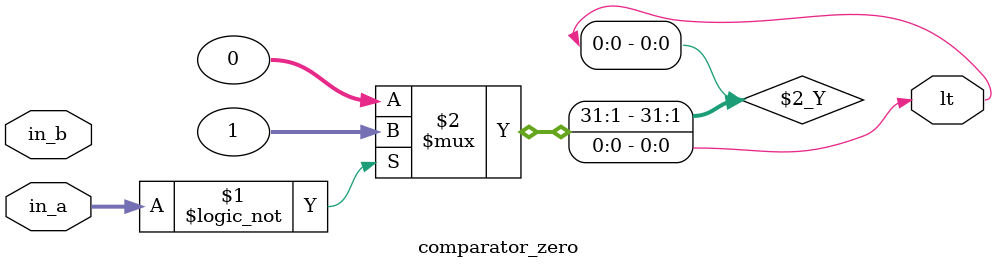
<source format=v>
`timescale 1ns / 1ps

module comparator_zero(
    input [3:0] in_a, in_b,
    output lt
    );

assign lt = (in_a == 0) ? 1 : 0;

endmodule

</source>
